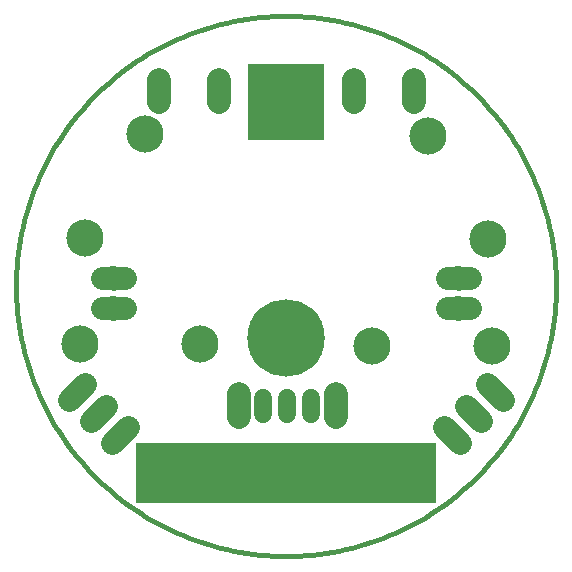
<source format=gbs>
G75*
%MOIN*%
%OFA0B0*%
%FSLAX25Y25*%
%IPPOS*%
%LPD*%
%AMOC8*
5,1,8,0,0,1.08239X$1,22.5*
%
%ADD10C,0.01600*%
%ADD11C,0.07800*%
%ADD12C,0.12400*%
%ADD13C,0.08000*%
%ADD14C,0.00500*%
%ADD15R,0.25800X0.25800*%
%ADD16C,0.25800*%
%ADD17R,1.00400X0.20400*%
%ADD18C,0.08077*%
%ADD19C,0.05943*%
D10*
X0004308Y0094334D02*
X0004335Y0096543D01*
X0004416Y0098750D01*
X0004552Y0100955D01*
X0004741Y0103156D01*
X0004985Y0105351D01*
X0005282Y0107540D01*
X0005633Y0109721D01*
X0006037Y0111892D01*
X0006495Y0114053D01*
X0007005Y0116202D01*
X0007568Y0118338D01*
X0008183Y0120460D01*
X0008850Y0122565D01*
X0009569Y0124654D01*
X0010339Y0126725D01*
X0011159Y0128776D01*
X0012029Y0130806D01*
X0012949Y0132814D01*
X0013918Y0134799D01*
X0014935Y0136760D01*
X0016000Y0138695D01*
X0017112Y0140603D01*
X0018271Y0142484D01*
X0019476Y0144335D01*
X0020725Y0146157D01*
X0022019Y0147947D01*
X0023357Y0149705D01*
X0024737Y0151429D01*
X0026159Y0153120D01*
X0027622Y0154774D01*
X0029126Y0156393D01*
X0030668Y0157974D01*
X0032249Y0159516D01*
X0033868Y0161020D01*
X0035522Y0162483D01*
X0037213Y0163905D01*
X0038937Y0165285D01*
X0040695Y0166623D01*
X0042485Y0167917D01*
X0044307Y0169166D01*
X0046158Y0170371D01*
X0048039Y0171530D01*
X0049947Y0172642D01*
X0051882Y0173707D01*
X0053843Y0174724D01*
X0055828Y0175693D01*
X0057836Y0176613D01*
X0059866Y0177483D01*
X0061917Y0178303D01*
X0063988Y0179073D01*
X0066077Y0179792D01*
X0068182Y0180459D01*
X0070304Y0181074D01*
X0072440Y0181637D01*
X0074589Y0182147D01*
X0076750Y0182605D01*
X0078921Y0183009D01*
X0081102Y0183360D01*
X0083291Y0183657D01*
X0085486Y0183901D01*
X0087687Y0184090D01*
X0089892Y0184226D01*
X0092099Y0184307D01*
X0094308Y0184334D01*
X0096517Y0184307D01*
X0098724Y0184226D01*
X0100929Y0184090D01*
X0103130Y0183901D01*
X0105325Y0183657D01*
X0107514Y0183360D01*
X0109695Y0183009D01*
X0111866Y0182605D01*
X0114027Y0182147D01*
X0116176Y0181637D01*
X0118312Y0181074D01*
X0120434Y0180459D01*
X0122539Y0179792D01*
X0124628Y0179073D01*
X0126699Y0178303D01*
X0128750Y0177483D01*
X0130780Y0176613D01*
X0132788Y0175693D01*
X0134773Y0174724D01*
X0136734Y0173707D01*
X0138669Y0172642D01*
X0140577Y0171530D01*
X0142458Y0170371D01*
X0144309Y0169166D01*
X0146131Y0167917D01*
X0147921Y0166623D01*
X0149679Y0165285D01*
X0151403Y0163905D01*
X0153094Y0162483D01*
X0154748Y0161020D01*
X0156367Y0159516D01*
X0157948Y0157974D01*
X0159490Y0156393D01*
X0160994Y0154774D01*
X0162457Y0153120D01*
X0163879Y0151429D01*
X0165259Y0149705D01*
X0166597Y0147947D01*
X0167891Y0146157D01*
X0169140Y0144335D01*
X0170345Y0142484D01*
X0171504Y0140603D01*
X0172616Y0138695D01*
X0173681Y0136760D01*
X0174698Y0134799D01*
X0175667Y0132814D01*
X0176587Y0130806D01*
X0177457Y0128776D01*
X0178277Y0126725D01*
X0179047Y0124654D01*
X0179766Y0122565D01*
X0180433Y0120460D01*
X0181048Y0118338D01*
X0181611Y0116202D01*
X0182121Y0114053D01*
X0182579Y0111892D01*
X0182983Y0109721D01*
X0183334Y0107540D01*
X0183631Y0105351D01*
X0183875Y0103156D01*
X0184064Y0100955D01*
X0184200Y0098750D01*
X0184281Y0096543D01*
X0184308Y0094334D01*
X0184281Y0092125D01*
X0184200Y0089918D01*
X0184064Y0087713D01*
X0183875Y0085512D01*
X0183631Y0083317D01*
X0183334Y0081128D01*
X0182983Y0078947D01*
X0182579Y0076776D01*
X0182121Y0074615D01*
X0181611Y0072466D01*
X0181048Y0070330D01*
X0180433Y0068208D01*
X0179766Y0066103D01*
X0179047Y0064014D01*
X0178277Y0061943D01*
X0177457Y0059892D01*
X0176587Y0057862D01*
X0175667Y0055854D01*
X0174698Y0053869D01*
X0173681Y0051908D01*
X0172616Y0049973D01*
X0171504Y0048065D01*
X0170345Y0046184D01*
X0169140Y0044333D01*
X0167891Y0042511D01*
X0166597Y0040721D01*
X0165259Y0038963D01*
X0163879Y0037239D01*
X0162457Y0035548D01*
X0160994Y0033894D01*
X0159490Y0032275D01*
X0157948Y0030694D01*
X0156367Y0029152D01*
X0154748Y0027648D01*
X0153094Y0026185D01*
X0151403Y0024763D01*
X0149679Y0023383D01*
X0147921Y0022045D01*
X0146131Y0020751D01*
X0144309Y0019502D01*
X0142458Y0018297D01*
X0140577Y0017138D01*
X0138669Y0016026D01*
X0136734Y0014961D01*
X0134773Y0013944D01*
X0132788Y0012975D01*
X0130780Y0012055D01*
X0128750Y0011185D01*
X0126699Y0010365D01*
X0124628Y0009595D01*
X0122539Y0008876D01*
X0120434Y0008209D01*
X0118312Y0007594D01*
X0116176Y0007031D01*
X0114027Y0006521D01*
X0111866Y0006063D01*
X0109695Y0005659D01*
X0107514Y0005308D01*
X0105325Y0005011D01*
X0103130Y0004767D01*
X0100929Y0004578D01*
X0098724Y0004442D01*
X0096517Y0004361D01*
X0094308Y0004334D01*
X0092099Y0004361D01*
X0089892Y0004442D01*
X0087687Y0004578D01*
X0085486Y0004767D01*
X0083291Y0005011D01*
X0081102Y0005308D01*
X0078921Y0005659D01*
X0076750Y0006063D01*
X0074589Y0006521D01*
X0072440Y0007031D01*
X0070304Y0007594D01*
X0068182Y0008209D01*
X0066077Y0008876D01*
X0063988Y0009595D01*
X0061917Y0010365D01*
X0059866Y0011185D01*
X0057836Y0012055D01*
X0055828Y0012975D01*
X0053843Y0013944D01*
X0051882Y0014961D01*
X0049947Y0016026D01*
X0048039Y0017138D01*
X0046158Y0018297D01*
X0044307Y0019502D01*
X0042485Y0020751D01*
X0040695Y0022045D01*
X0038937Y0023383D01*
X0037213Y0024763D01*
X0035522Y0026185D01*
X0033868Y0027648D01*
X0032249Y0029152D01*
X0030668Y0030694D01*
X0029126Y0032275D01*
X0027622Y0033894D01*
X0026159Y0035548D01*
X0024737Y0037239D01*
X0023357Y0038963D01*
X0022019Y0040721D01*
X0020725Y0042511D01*
X0019476Y0044333D01*
X0018271Y0046184D01*
X0017112Y0048065D01*
X0016000Y0049973D01*
X0014935Y0051908D01*
X0013918Y0053869D01*
X0012949Y0055854D01*
X0012029Y0057862D01*
X0011159Y0059892D01*
X0010339Y0061943D01*
X0009569Y0064014D01*
X0008850Y0066103D01*
X0008183Y0068208D01*
X0007568Y0070330D01*
X0007005Y0072466D01*
X0006495Y0074615D01*
X0006037Y0076776D01*
X0005633Y0078947D01*
X0005282Y0081128D01*
X0004985Y0083317D01*
X0004741Y0085512D01*
X0004552Y0087713D01*
X0004416Y0089918D01*
X0004335Y0092125D01*
X0004308Y0094334D01*
D11*
X0041496Y0047379D02*
X0036263Y0042146D01*
X0029192Y0049217D02*
X0034425Y0054450D01*
X0027354Y0061521D02*
X0022121Y0056289D01*
X0033108Y0086834D02*
X0040508Y0086834D01*
X0040508Y0096834D02*
X0033108Y0096834D01*
X0148108Y0096834D02*
X0155508Y0096834D01*
X0155508Y0086834D02*
X0148108Y0086834D01*
X0161263Y0061521D02*
X0166496Y0056289D01*
X0159425Y0049217D02*
X0154192Y0054450D01*
X0147121Y0047379D02*
X0152354Y0042146D01*
D12*
X0163089Y0074441D03*
X0161518Y0109841D03*
X0141518Y0144482D03*
X0123089Y0074441D03*
X0065770Y0074958D03*
X0027237Y0110256D03*
X0047237Y0144897D03*
X0025770Y0074958D03*
D13*
X0051808Y0155534D02*
X0051808Y0163134D01*
X0071808Y0163134D02*
X0071808Y0155534D01*
X0116808Y0155534D02*
X0116808Y0163134D01*
X0136808Y0163134D02*
X0136808Y0155534D01*
D14*
X0150996Y0100502D02*
X0150303Y0100282D01*
X0149666Y0099931D01*
X0149110Y0099462D01*
X0148656Y0098893D01*
X0148322Y0098247D01*
X0148120Y0097549D01*
X0148058Y0096824D01*
X0148121Y0096103D01*
X0148324Y0095409D01*
X0148658Y0094767D01*
X0149111Y0094203D01*
X0149665Y0093738D01*
X0150299Y0093390D01*
X0150989Y0093172D01*
X0151708Y0093094D01*
X0152368Y0093142D01*
X0153010Y0093304D01*
X0153613Y0093575D01*
X0154161Y0093946D01*
X0154635Y0094407D01*
X0155023Y0094944D01*
X0155311Y0095539D01*
X0155491Y0096176D01*
X0155559Y0096834D01*
X0155493Y0097492D01*
X0155314Y0098129D01*
X0155028Y0098725D01*
X0154642Y0099263D01*
X0154169Y0099725D01*
X0153622Y0100098D01*
X0153019Y0100370D01*
X0152378Y0100534D01*
X0151719Y0100583D01*
X0150996Y0100502D01*
X0151588Y0100569D02*
X0151912Y0100569D01*
X0153662Y0100070D02*
X0149919Y0100070D01*
X0149240Y0099572D02*
X0154325Y0099572D01*
X0154778Y0099073D02*
X0148800Y0099073D01*
X0148491Y0098575D02*
X0155100Y0098575D01*
X0155329Y0098076D02*
X0148272Y0098076D01*
X0148128Y0097578D02*
X0155469Y0097578D01*
X0155534Y0097079D02*
X0148080Y0097079D01*
X0148080Y0096581D02*
X0155533Y0096581D01*
X0155465Y0096082D02*
X0148127Y0096082D01*
X0148273Y0095584D02*
X0155324Y0095584D01*
X0155091Y0095085D02*
X0148492Y0095085D01*
X0148802Y0094587D02*
X0154765Y0094587D01*
X0154307Y0094088D02*
X0149247Y0094088D01*
X0149935Y0093590D02*
X0153636Y0093590D01*
X0152378Y0090534D02*
X0151719Y0090583D01*
X0150996Y0090502D01*
X0150303Y0090282D01*
X0149666Y0089931D01*
X0149110Y0089462D01*
X0148656Y0088893D01*
X0148322Y0088247D01*
X0148120Y0087549D01*
X0148058Y0086824D01*
X0148121Y0086103D01*
X0148324Y0085409D01*
X0148658Y0084767D01*
X0149111Y0084203D01*
X0149665Y0083738D01*
X0150299Y0083390D01*
X0150989Y0083172D01*
X0151708Y0083094D01*
X0152368Y0083142D01*
X0153010Y0083304D01*
X0153613Y0083575D01*
X0154161Y0083946D01*
X0154635Y0084407D01*
X0155023Y0084944D01*
X0155311Y0085539D01*
X0155491Y0086176D01*
X0155559Y0086834D01*
X0155493Y0087492D01*
X0155314Y0088129D01*
X0155028Y0088725D01*
X0154642Y0089263D01*
X0154169Y0089725D01*
X0153622Y0090098D01*
X0153019Y0090370D01*
X0152378Y0090534D01*
X0153617Y0090100D02*
X0149973Y0090100D01*
X0149276Y0089602D02*
X0154295Y0089602D01*
X0154756Y0089103D02*
X0148823Y0089103D01*
X0148507Y0088605D02*
X0155086Y0088605D01*
X0155321Y0088106D02*
X0148281Y0088106D01*
X0148137Y0087607D02*
X0155461Y0087607D01*
X0155531Y0087109D02*
X0148083Y0087109D01*
X0148077Y0086610D02*
X0155536Y0086610D01*
X0155473Y0086112D02*
X0148121Y0086112D01*
X0148264Y0085613D02*
X0155332Y0085613D01*
X0155106Y0085115D02*
X0148477Y0085115D01*
X0148778Y0084616D02*
X0154787Y0084616D01*
X0154338Y0084118D02*
X0149211Y0084118D01*
X0149880Y0083619D02*
X0153679Y0083619D01*
X0152083Y0083121D02*
X0151459Y0083121D01*
X0040559Y0086834D02*
X0040491Y0086176D01*
X0040311Y0085539D01*
X0040023Y0084944D01*
X0039635Y0084407D01*
X0039161Y0083946D01*
X0038613Y0083575D01*
X0038010Y0083304D01*
X0037368Y0083142D01*
X0036708Y0083094D01*
X0035989Y0083172D01*
X0035299Y0083390D01*
X0034665Y0083738D01*
X0034111Y0084203D01*
X0033658Y0084767D01*
X0033324Y0085409D01*
X0033121Y0086103D01*
X0033058Y0086824D01*
X0033120Y0087549D01*
X0033322Y0088247D01*
X0033656Y0088893D01*
X0034110Y0089462D01*
X0034666Y0089931D01*
X0035303Y0090282D01*
X0035996Y0090502D01*
X0036719Y0090583D01*
X0037378Y0090534D01*
X0038019Y0090370D01*
X0038622Y0090098D01*
X0039169Y0089725D01*
X0039642Y0089263D01*
X0040028Y0088725D01*
X0040314Y0088129D01*
X0040493Y0087492D01*
X0040559Y0086834D01*
X0040536Y0086610D02*
X0033077Y0086610D01*
X0033083Y0087109D02*
X0040531Y0087109D01*
X0040461Y0087607D02*
X0033137Y0087607D01*
X0033281Y0088106D02*
X0040321Y0088106D01*
X0040086Y0088605D02*
X0033507Y0088605D01*
X0033823Y0089103D02*
X0039756Y0089103D01*
X0039295Y0089602D02*
X0034276Y0089602D01*
X0034973Y0090100D02*
X0038617Y0090100D01*
X0038010Y0093304D02*
X0037368Y0093142D01*
X0036708Y0093094D01*
X0035989Y0093172D01*
X0035299Y0093390D01*
X0034665Y0093738D01*
X0034111Y0094203D01*
X0033658Y0094767D01*
X0033324Y0095409D01*
X0033121Y0096103D01*
X0033058Y0096824D01*
X0033120Y0097549D01*
X0033322Y0098247D01*
X0033656Y0098893D01*
X0034110Y0099462D01*
X0034666Y0099931D01*
X0035303Y0100282D01*
X0035996Y0100502D01*
X0036719Y0100583D01*
X0037378Y0100534D01*
X0038019Y0100370D01*
X0038622Y0100098D01*
X0039169Y0099725D01*
X0039642Y0099263D01*
X0040028Y0098725D01*
X0040314Y0098129D01*
X0040493Y0097492D01*
X0040559Y0096834D01*
X0040491Y0096176D01*
X0040311Y0095539D01*
X0040023Y0094944D01*
X0039635Y0094407D01*
X0039161Y0093946D01*
X0038613Y0093575D01*
X0038010Y0093304D01*
X0038636Y0093590D02*
X0034935Y0093590D01*
X0034247Y0094088D02*
X0039307Y0094088D01*
X0039765Y0094587D02*
X0033802Y0094587D01*
X0033492Y0095085D02*
X0040091Y0095085D01*
X0040324Y0095584D02*
X0033273Y0095584D01*
X0033127Y0096082D02*
X0040465Y0096082D01*
X0040533Y0096581D02*
X0033080Y0096581D01*
X0033080Y0097079D02*
X0040534Y0097079D01*
X0040469Y0097578D02*
X0033128Y0097578D01*
X0033272Y0098076D02*
X0040329Y0098076D01*
X0040100Y0098575D02*
X0033491Y0098575D01*
X0033800Y0099073D02*
X0039778Y0099073D01*
X0039325Y0099572D02*
X0034240Y0099572D01*
X0034919Y0100070D02*
X0038662Y0100070D01*
X0036912Y0100569D02*
X0036588Y0100569D01*
X0033121Y0086112D02*
X0040473Y0086112D01*
X0040332Y0085613D02*
X0033264Y0085613D01*
X0033477Y0085115D02*
X0040106Y0085115D01*
X0039787Y0084616D02*
X0033778Y0084616D01*
X0034211Y0084118D02*
X0039338Y0084118D01*
X0038679Y0083619D02*
X0034880Y0083619D01*
X0036459Y0083121D02*
X0037083Y0083121D01*
D15*
X0094308Y0155574D03*
D16*
X0094308Y0076834D03*
D17*
X0094308Y0031834D03*
D18*
X0078525Y0050495D02*
X0078525Y0058172D01*
X0110808Y0058172D02*
X0110808Y0050495D01*
D19*
X0102541Y0051562D02*
X0102541Y0057105D01*
X0094667Y0057105D02*
X0094667Y0051562D01*
X0086793Y0051562D02*
X0086793Y0057105D01*
M02*

</source>
